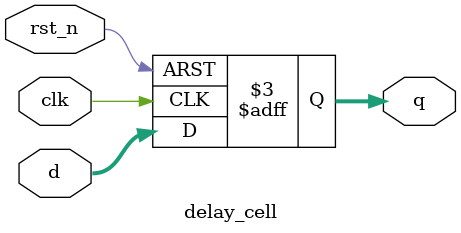
<source format=sv>
module delay_cell #(
    parameter WIDTH = 16
) (
    input  logic clk,
    input  logic rst_n,
    input  logic [WIDTH-1:0] d,
    output logic [WIDTH-1:0] q
);
    always_ff @(posedge clk or negedge rst_n) begin
        if (!rst_n) begin
            q <= '0;
        end else begin
            q <= d;
        end
    end
endmodule 
</source>
